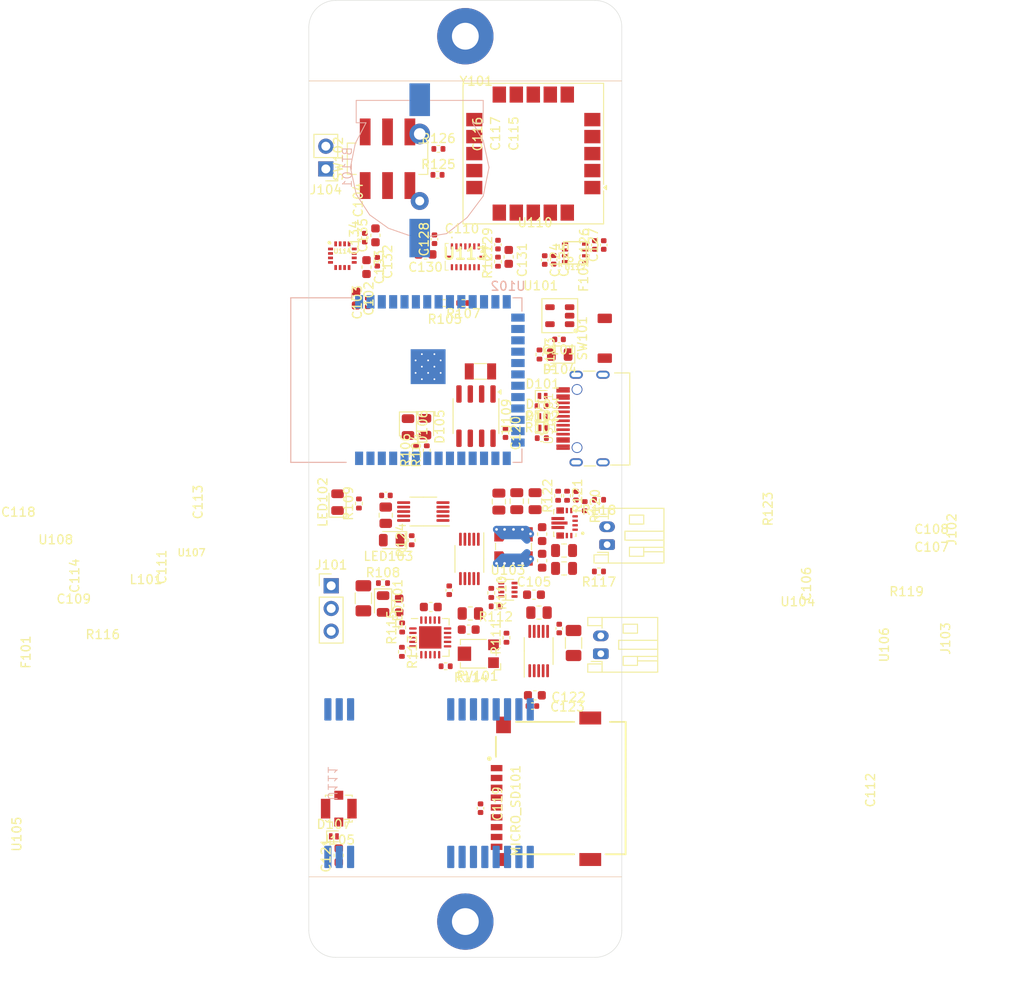
<source format=kicad_pcb>
(kicad_pcb (version 20240108) (generator "pcbnew") (generator_version "8.0")
  (layers (0 "F.Cu" signal) (31 "B.Cu" signal) (34 "B.Paste" user) (35 "F.Paste" user) (36 "B.SilkS" user "B.Silkscreen") (37 "F.SilkS" user "F.Silkscreen") (38 "B.Mask" user) (39 "F.Mask" user) (44 "Edge.Cuts" user))
  (net 0 "")
  (net 1 "GND")
  (net 2 "VDD")
  (net 3 "RESET")
  (net 4 "/ESP32Core2/USB_D+")
  (net 5 "/ESP32Core2/USB_D-")
  (net 6 "/I2C_SCL")
  (net 7 "/I2C_SDA")
  (net 8 "/ESP32Core2/WDI")
  (net 9 "/MOSI")
  (net 10 "/SD_DET")
  (net 11 "/CLK")
  (net 12 "/ESP32Core2/GPIO10{slash}ADC1_CH9")
  (net 13 "/MISO")
  (net 14 "/ESP32Core2/GPIO11")
  (net 15 "/SS")
  (net 16 "/ESP32Core2/GPIO9{slash}ADC1_CH8")
  (net 17 "/TRX1")
  (net 18 "/RTX1")
  (net 19 "/RTX0")
  (net 20 "VBUS")
  (net 21 "/LiPoPower2/PROG")
  (net 22 "/TRX0")
  (net 23 "/DetL")
  (net 24 "+BATT")
  (net 25 "/CHARGE")
  (net 26 "/ST")
  (net 27 "/M1")
  (net 28 "/M0")
  (net 29 "/AUX")
  (net 30 "/PG")
  (net 31 "/TimePulse")
  (net 32 "/GPS_RESET")
  (net 33 "/STAT1")
  (net 34 "/GPS SAM-M10Q2/BUCKUP")
  (net 35 "/STAT2")
  (net 36 "Net-(LED101-A)")
  (net 37 "Net-(U103-MODE)")
  (net 38 "Net-(U105-Vin-)")
  (net 39 "Net-(U104-V_{BAT_SENSE})")
  (net 40 "Net-(U107-VAUX)")
  (net 41 "Net-(U111-ANT)")
  (net 42 "Net-(D107-A2)")
  (net 43 "Net-(U114-STEP)")
  (net 44 "Net-(U114-SETC)")
  (net 45 "Net-(U114-C1)")
  (net 46 "Net-(D104-A)")
  (net 47 "Net-(D105-A)")
  (net 48 "Net-(D106-A)")
  (net 49 "Net-(J103-Pin_1)")
  (net 50 "Net-(U106-Vbus)")
  (net 51 "Net-(J102-Pin_2)")
  (net 52 "Net-(J102-Pin_1)")
  (net 53 "Net-(J104-Pin_2)")
  (net 54 "Net-(J104-Pin_1)")
  (net 55 "Net-(U107-L2)")
  (net 56 "Net-(U107-L1)")
  (net 57 "Net-(LED101-K)")
  (net 58 "Net-(LED102-A)")
  (net 59 "Net-(LED103-K)")
  (net 62 "Net-(USB101-CC1)")
  (net 63 "Net-(USB101-CC2)")
  (net 64 "Net-(U102-MTDI{slash}GPIO41{slash}CLK_OUT1)")
  (net 65 "Net-(U102-MTMS{slash}GPIO42)")
  (net 66 "Net-(U103-PR1)")
  (net 67 "Net-(R111-Pad1)")
  (net 68 "Net-(U104-THERM)")
  (net 69 "Net-(U104-PROG3)")
  (net 70 "Net-(U104-CE)")
  (net 71 "Net-(U105-Vbus)")
  (net 72 "Net-(U107-PG)")
  (net 73 "Net-(U107-FB)")
  (net 74 "Net-(R125-Pad2)")
  (net 75 "Net-(U110-RXD)")
  (net 76 "Net-(R126-Pad2)")
  (net 77 "Net-(U110-TXD)")
  (net 78 "Net-(U113-SDO1)")
  (net 80 "Net-(U101-MR)")
  (net 91 "Net-(U109-OSCI)")
  (net 92 "Net-(U109-OSCO)")
  (footprint "Resistor_SMD:R_0402_1005Metric" (layer "F.Cu") (at 152.45 98.835 180)
    (property "Reference" "R118")
    (property "Value" "330k")
  )
  (footprint "Resistor_SMD:R_0402_1005Metric" (layer "F.Cu") (at 128.29 108.15)
    (property "Reference" "R108")
    (property "Value" "1k")
  )
  (footprint "LED_SMD:LED_0805_2012Metric" (layer "F.Cu") (at 123.21 99.1 90)
    (property "Reference" "LED102")
    (property "Value" "CHARGE")
  )
  (footprint "Capacitor_SMD:C_0402_1005Metric" (layer "F.Cu") (at 128.62 98.35 180)
    (property "Reference" "C118")
    (property "Value" "100nF")
  )
  (footprint "Diode_SMD:D_SOD-882" (layer "F.Cu") (at 146.14 87.23)
    (property "Reference" "D101")
    (property "Value" "5V")
  )
  (footprint "Capacitor_SMD:C_0603_1608Metric" (layer "F.Cu") (at 126.45 72.815 -90)
    (property "Reference" "C133")
    (property "Value" "4.7μF")
  )
  (footprint "Potentiometer_SMD:Potentiometer_Bourns_TC33X_Vertical" (layer "F.Cu") (at 138.85 116.05 180)
    (property "Reference" "RV101")
    (property "Value" "10k")
  )
  (footprint "Resistor_SMD:R_0402_1005Metric" (layer "F.Cu") (at 140.9 110.75 180)
    (property "Reference" "R112")
    (property "Value" "10k")
  )
  (footprint "WOBClibraries:BME280" (layer "F.Cu") (at 149.775 71.225 180)
    (property "Reference" "U112")
    (property "Value" "~")
  )
  (footprint "RF_GPS:ublox_SAM-M8Q" (layer "F.Cu") (at 145.1 60.125 180)
    (property "Reference" "U110")
    (property "Value" "SAM-M10Q")
  )
  (footprint "Capacitor_SMD:C_0603_1608Metric" (layer "F.Cu") (at 125.28 76.33 -90)
    (property "Reference" "C102")
    (property "Value" "10uF")
  )
  (footprint "WOBClibraries:_HMC5883L" (layer "F.Cu") (at 123.75 71.54)
    (property "Reference" "U114")
    (property "Value" "QMC5883L" (hide yes))
  )
  (footprint "Resistor_SMD:R_0402_1005Metric" (layer "F.Cu") (at 142.1 114.26 90)
    (property "Reference" "R111")
    (property "Value" "1k")
  )
  (footprint "Resistor_SMD:R_0402_1005Metric" (layer "F.Cu") (at 137.27 76.835 180)
    (property "Reference" "R107")
    (property "Value" "10k")
  )
  (footprint "Resistor_SMD:R_0402_1005Metric" (layer "F.Cu") (at 131.99 93.3 90)
    (property "Reference" "R106")
    (property "Value" "470")
  )
  (footprint "Capacitor_SMD:C_0402_1005Metric" (layer "F.Cu") (at 147.98 80.9 180)
    (property "Reference" "C101")
    (property "Value" "100nF")
  )
  (footprint "Resistor_SMD:R_0402_1005Metric" (layer "F.Cu") (at 145.79 82.59 -90)
    (property "Reference" "R103")
    (property "Value" "470")
  )
  (footprint "Capacitor_SMD:C_0402_1005Metric" (layer "F.Cu") (at 135.7 108.95 90)
    (property "Reference" "C106")
    (property "Value" "100nF")
  )
  (footprint "Capacitor_SMD:C_0402_1005Metric" (layer "F.Cu") (at 141.99 91.38 -90)
    (property "Reference" "C120")
    (property "Value" "100nF")
  )
  (footprint "Package_TO_SOT_SMD:SOT-583-8" (layer "F.Cu") (at 142.26 108.9)
    (property "Reference" "U103")
    (property "Value" "TPS2116DRL")
  )
  (footprint "Capacitor_SMD:C_0805_2012Metric" (layer "F.Cu") (at 143.25 98.99 90)
    (property "Reference" "C117")
    (property "Value" "22uF")
  )
  (footprint "WOBCLibrary:IS-2245S-G" (layer "F.Cu") (at 128.8 60.7 90)
    (property "Reference" "SW102")
    (property "Value" "SW_Push_DPDT")
  )
  (footprint "Capacitor_SMD:C_0603_1608Metric" (layer "F.Cu") (at 137.875 113.35)
    (property "Reference" "C110")
    (property "Value" "10uF")
  )
  (footprint "Capacitor_SMD:C_0603_1608Metric" (layer "F.Cu") (at 146.0875 105.65 90)
    (property "Reference" "C111")
    (property "Value" "10uF")
  )
  (footprint "Capacitor_SMD:C_0603_1608Metric" (layer "F.Cu") (at 127.45 69.265 90)
    (property "Reference" "C135")
    (property "Value" "10μF")
  )
  (footprint "Package_DFN_QFN:QFN-20-1EP_4x4mm_P0.5mm_EP2.5x2.5mm" (layer "F.Cu") (at 133.575 114.225)
    (property "Reference" "U104")
    (property "Value" "MCP73871-1CC")
  )
  (footprint "Capacitor_SMD:C_0603_1608Metric" (layer "F.Cu") (at 142.35 71.675 -90)
    (property "Reference" "C131")
    (property "Value" "10μF")
  )
  (footprint "Capacitor_SMD:C_0402_1005Metric" (layer "F.Cu") (at 134.05 69.7 90)
    (property "Reference" "C128")
    (property "Value" "100nF")
  )
  (footprint "WOBClibraries:BMI088" (layer "F.Cu") (at 137.5 71.665)
    (property "Reference" "U113")
    (property "Value" "BMI088" (hide yes))
  )
  (footprint "Resistor_SMD:R_0402_1005Metric" (layer "F.Cu") (at 146.03 88.36 180)
    (property "Reference" "R102")
    (property "Value" "5.1k")
  )
  (footprint "Resistor_SMD:R_0402_1005Metric" (layer "F.Cu") (at 140.4 109.25 -90)
    (property "Reference" "R110")
    (property "Value" "4.7k")
  )
  (footprint "Capacitor_SMD:C_0603_1608Metric" (layer "F.Cu") (at 146.0875 102.675 -90)
    (property "Reference" "C114")
    (property "Value" "10uF")
  )
  (footprint "Capacitor_SMD:C_0603_1608Metric" (layer "F.Cu") (at 130.1 110.65 90)
    (property "Reference" "C104")
    (property "Value" "10uF")
  )
  (footprint "Resistor_SMD:R_0402_1005Metric" (layer "F.Cu") (at 130.4375 113.115 90)
    (property "Reference" "R115")
    (property "Value" "100k")
  )
  (footprint "" (layer "F.Cu") (at 137.5 47)
    (property "Reference" "")
    (property "Value" "")
  )
  (footprint "WOBCLibrary:VREG_TPS63070RNMR" (layer "F.Cu") (at 148.625 101.435 180)
    (property "Reference" "U107")
    (property "Value" "TPS63070RNMR")
  )
  (footprint "Package_SO:SOIC-8_3.9x4.9mm_P1.27mm" (layer "F.Cu") (at 138.69 89.48 -90)
    (property "Reference" "U109")
    (property "Value" "PCF8563T")
  )
  (footprint "Capacitor_SMD:C_0402_1005Metric" (layer "F.Cu") (at 141.15 70.3 90)
    (property "Reference" "C129")
    (property "Value" "100nF")
  )
  (footprint "Capacitor_SMD:C_0402_1005Metric" (layer "F.Cu") (at 126.25 69.52 90)
    (property "Reference" "C134")
    (property "Value" "100nF")
  )
  (footprint "Connector_JST:JST_PH_S2B-PH-K_1x02_P2.00mm_Horizontal" (layer "F.Cu") (at 152.65 116.05 90)
    (property "Reference" "J103")
    (property "Value" "LiPo")
  )
  (footprint "LED_SMD:LED_0805_2012Metric" (layer "F.Cu") (at 129.2625 103.35 180)
    (property "Reference" "LED103")
    (property "Value" "VDD")
  )
  (footprint "Diode_SMD:D_SOD-882" (layer "F.Cu") (at 146.16 90.79)
    (property "Reference" "D102")
    (property "Value" "5V")
  )
  (footprint "WOBCLibrary:TF-01A" (layer "F.Cu") (at 148.1694 131.0718 90)
    (property "Reference" "MICRO_SD101")
    (property "Value" "TF-01A")
  )
  (footprint "Capacitor_SMD:C_0805_2012Metric" (layer "F.Cu") (at 145.3 98.99 90)
    (property "Reference" "C115")
    (property "Value" "22uF")
  )
  (footprint "Capacitor_SMD:C_0603_1608Metric" (layer "F.Cu") (at 145.275 120.7)
    (property "Reference" "C122")
    (property "Value" "10u")
  )
  (footprint "Capacitor_SMD:C_0805_2012Metric" (layer "F.Cu") (at 148.5375 106.51)
    (property "Reference" "C107")
    (property "Value" "22uF")
  )
  (footprint "Resistor_SMD:R_0402_1005Metric" (layer "F.Cu") (at 135.15 76.835)
    (property "Reference" "R105")
    (property "Value" "10k")
  )
  (footprint "WOBCLibrary:TVAF06-A020B-R" (layer "F.Cu") (at 153.09 80.775 180)
    (property "Reference" "SW101")
    (property "Value" "RESET_sw")
  )
  (footprint "Crystal:Crystal_SMD_3215-2Pin_3.2x1.5mm" (layer "F.Cu") (at 139.19 84.48)
    (property "Reference" "Y101")
    (property "Value" "Crystal")
  )
  (footprint "Capacitor_SMD:C_0402_1005Metric" (layer "F.Cu") (at 148 113.23 90)
    (property "Reference" "C112")
    (property "Value" "100nF")
  )
  (footprint "Resistor_SMD:R_0402_1005Metric" (layer "F.Cu") (at 150.85 99.55 -90)
    (property "Reference" "R120")
    (property "Value" "100k")
  )
  (footprint "Resistor_SMD:R_0402_1005Metric" (layer "F.Cu") (at 141.15 72.21 90)
    (property "Reference" "R127")
    (property "Value" "4.7K")
  )
  (footprint "" (layer "F.Cu") (at 137.5 146)
    (property "Reference" "")
    (property "Value" "")
  )
  (footprint "Package_SO:VSSOP-10_3x3mm_P0.5mm" (layer "F.Cu") (at 132.8 100.15 180)
    (property "Reference" "U108")
    (property "Value" "INA226")
  )
  (footprint "Resistor_SMD:R_0402_1005Metric" (layer "F.Cu") (at 148.875 98.385 -90)
    (property "Reference" "R121")
    (property "Value" "15k")
  )
  (footprint "Capacitor_SMD:C_0603_1608Metric" (layer "F.Cu") (at 133.05 71.4 180)
    (property "Reference" "C130")
    (property "Value" "10μF")
  )
  (footprint "Resistor_SMD:R_0402_1005Metric" (layer "F.Cu") (at 130.4075 115.835 -90)
    (property "Reference" "R113")
    (property "Value" "10k")
  )
  (footprint "Connector_PinHeader_2.54mm:PinHeader_1x03_P2.54mm_Vertical" (layer "F.Cu") (at 122.5 108.45)
    (property "Reference" "J101")
    (property "Value" "Conn_01x03")
  )
  (footprint "Diode_SMD:D_SOD-882" (layer "F.Cu") (at 146.14 89.5)
    (property "Reference" "D103")
    (property "Value" "5V")
  )
  (footprint "Resistor_SMD:R_0402_1005Metric" (layer "F.Cu") (at 131.5 103.36 90)
    (property "Reference" "R124")
    (property "Value" "1k")
  )
  (footprint "PCM_Package_TO_SOT_SMD_AKL:SOT-23-5" (layer "F.Cu") (at 148.06 78.25 180)
    (property "Reference" "U101")
    (property "Value" "TPS3820" (hide yes))
  )
  (footprint "Resistor_SMD:R_0402_1005Metric" (layer "F.Cu") (at 134.39 62.5)
    (property "Reference" "R125")
    (property "Value" "470")
  )
  (footprint "Fuse:Fuse_1206_3216Metric" (layer "F.Cu") (at 149.6 114.85 -90)
    (property "Reference" "F102")
    (property "Value" "Polyfuse")
  )
  (footprint "Resistor_SMD:R_0402_1005Metric" (layer "F.Cu") (at 147.875 98.385 90)
    (property "Reference" "R122")
    (property "Value" "47k")
  )
  (footprint "Diode_SMD:D_SOD-882" (layer "F.Cu") (at 122.7994 136.4718)
    (property "Reference" "D107")
    (property "Value" "ESD9B5.0ST5G")
  )
  (footprint "Capacitor_SMD:C_0603_1608Metric" (layer "F.Cu") (at 123.3494 138.5968 90)
    (property "Reference" "C121")
    (property "Value" "100p")
  )
  (footprint "Resistor_SMD:R_0805_2012Metric" (layer "F.Cu") (at 128.6 100.5625 -90)
    (property "Reference" "R123")
    (property "Value" "50mΩ")
  )
  (footprint "Resistor_SMD:R_0402_1005Metric" (layer "F.Cu") (at 135.3 117.45 180)
    (property "Reference" "R114")
    (property "Value" "100k")
  )
  (footprint "Package_SO:VSSOP-10_3x3mm_P0.5mm" (layer "F.Cu") (at 137.95 105.45 -90)
    (property "Reference" "U105")
    (property "Value" "INA226")
  )
  (footprint "Resistor_SMD:R_0805_2012Metric" (layer "F.Cu") (at 145.7375 111.45)
    (property "Reference" "R119")
    (property "Value" "50mΩ")
  )
  (footprint "Capacitor_SMD:C_0603_1608Metric" (layer "F.Cu") (at 145.175 109.45)
    (property "Reference" "C105")
    (property "Value" "10uF")
  )
  (footprint "Connector_Coaxial:U.FL_Molex_MCRF_73412-0110_Vertical" (layer "F.Cu") (at 123.3494 133.3718)
    (property "Reference" "J105")
    (property "Value" "UFL")
  )
  (footprint "Resistor_SMD:R_0402_1005Metric" (layer "F.Cu") (at 125.6 99.25 90)
    (property "Reference" "R109")
    (property "Value" "1k")
  )
  (footprint "Resistor_SMD:R_0402_1005Metric" (layer "F.Cu") (at 152.44 106.85 180)
    (property "Reference" "R117")
    (property "Value" "10k")
  )
  (footprint "LED_SMD:LED_0805_2012Metric" (layer "F.Cu") (at 148.0525 82.6 180)
    (property "Reference" "D104")
    (property "Value" "RESET")
  )
  (footprint "Resistor_SMD:R_0402_1005Metric" (layer "F.Cu") (at 146.05 91.94)
    (property "Reference" "R101")
    (property "Value" "5.1k")
  )
  (footprint "Capacitor_SMD:C_0402_1005Metric" (layer "F.Cu") (at 149.8675 98.385 90)
    (property "Reference" "C113")
    (property "Value" "100nF")
  )
  (footprint "Inductor_SMD:L_Wuerth_WE-TPC-3816" (layer "F.Cu") (at 142.8875 104.05 180)
    (property "Reference" "L101")
    (property "Value" "L")
  )
  (footprint "Capacitor_SMD:C_0402_1005Metric" (layer "F.Cu") (at 152.975 70.345 90)
    (property "Reference" "C127")
    (property "Value" "10μF")
  )
  (footprint "Fuse:Fuse_1206_3216Metric" (layer "F.Cu") (at 126.1 109.85 -90)
    (property "Reference" "F101")
    (property "Value" "Polyfuse")
  )
  (footprint "Capacitor_SMD:C_0402_1005Metric" (layer "F.Cu") (at 139.2 133.32 -90)
    (property "Reference" "C119")
    (property "Value" "10uF")
  )
  (footprint "Connector_JST:JST_PH_S2B-PH-K_1x02_P2.00mm_Horizontal" (layer "F.Cu") (at 153.35 103.85 90)
    (property "Reference" "J102")
    (property "Value" "Ext Switch")
  )
  (footprint "Resistor_SMD:R_0805_2012Metric" (layer "F.Cu") (at 138.0625 111.55 180)
    (property "Reference" "R116")
    (property "Value" "50mΩ")
  )
  (footprint "Capacitor_SMD:C_0402_1005Metric" (layer "F.Cu") (at 127.65 72.22 -90)
    (property "Reference" "C132")
    (property "Value" "0.22μF")
  )
  (footprint "Resistor_SMD:R_0402_1005Metric" (layer "F.Cu") (at 134.49 59.6)
    (property "Reference" "R126")
    (property "Value" "470")
  )
  (footprint "LED_SMD:LED_0805_2012Metric" (layer "F.Cu") (at 132.99 90.6625 -90)
    (property "Reference" "D105")
    (property "Value" "ERROR")
  )
  (footprint "Resistor_SMD:R_0402_1005Metric" (layer "F.Cu") (at 133.19 93.31 90)
    (property "Reference" "R104")
    (property "Value" "470")
  )
  (footprint "WOBCLibrary:USB_C_TYPEC-301S-ACP16X7" (layer "F.Cu") (at 152.1 89.75 90)
    (property "Reference" "USB101")
    (property "Value" "USB_C_Receptacle_USB2.0")
  )
  (footprint "Connector_PinHeader_2.54mm:PinHeader_1x02_P2.54mm_Vertical" (layer "F.Cu") (at 121.9 61.84 180)
    (property "Reference" "J104")
    (property "Value" "Conn_01x02")
  )
  (footprint "Capacitor_SMD:C_0805_2012Metric" (layer "F.Cu") (at 141.25 99.04 90)
    (property "Reference" "C116")
    (property "Value" "22uF")
  )
  (footprint "Capacitor_SMD:C_0402_1005Metric" (layer "F.Cu") (at 151.975 70.345 90)
    (property "Reference" "C126")
    (property "Value" "100nF")
  )
  (footprint "Capacitor_SMD:C_0402_1005Metric" (layer "F.Cu") (at 146.375 72.025 -90)
    (property "Reference" "C124")
    (property "Value" "10μF")
  )
  (footprint "Capacitor_SMD:C_0402_1005Metric" (layer "F.Cu") (at 126.58 76.755 90)
    (property "Reference" "C103")
    (property "Value" "100nF")
  )
  (footprint "Capacitor_SMD:C_0603_1608Metric" (layer "F.Cu") (at 133.6375 110.825)
    (property "Reference" "C109")
    (property "Value" "10uF")
  )
  (footprint "Package_SO:VSSOP-10_3x3mm_P0.5mm" (layer "F.Cu") (at 145.7 115.75 90)
    (property "Reference" "U106")
    (property "Value" "INA226")
  )
  (footprint "LED_SMD:LED_0805_2012Metric" (layer "F.Cu") (at 131.09 90.7 -90)
    (property "Reference" "D106")
    (property "Value" "STAT")
  )
  (footprint "Capacitor_SMD:C_0805_2012Metric" (layer "F.Cu") (at 148.5375 104.51)
    (property "Reference" "C108")
    (property "Value" "22uF")
  )
  (footprint "Capacitor_SMD:C_0402_1005Metric" (layer "F.Cu") (at 147.375 72.005 -90)
    (property "Reference" "C125")
    (property "Value" "100nF")
  )
  (footprint "LED_SMD:LED_0805_2012Metric" (layer "F.Cu") (at 128.3 110.4875 -90)
    (property "Reference" "LED101")
    (property "Value" "USB Power")
  )
  (footprint "Capacitor_SMD:C_0402_1005Metric" (layer "F.Cu") (at 145 121.9)
    (property "Reference" "C123")
    (property "Value" "100n")
  )
  (footprint "WOBCLibrary:E220-900T22S(JP)" (layer "B.Cu") (at 122.1294 130.5218 90)
    (property "Reference" "U111")
    (property "Value" "E220-900T22S(JP)")
  )
  (footprint "WOBCLibrary:cr1220" (layer "B.Cu") (at 132.4 61.675 -90)
    (property "Reference" "BT101")
    (property "Value" "Battery_Cell")
  )
  (footprint "RF_Module:ESP32-S3-WROOM-1" (layer "B.Cu") (at 130.88 85.45 -90)
    (property "Reference" "U102")
    (property "Value" "ESP32-S3-WROOM-1")
  )
  (gr_line (start 155 141) (end 120 141) (stroke (width 0.05)) (layer "B.SilkS"))
  (gr_line (start 155 52) (end 120 52) (stroke (width 0.05)) (layer "B.SilkS"))
  (gr_line (start 155 52) (end 120 52) (stroke (width 0.05)) (layer "F.SilkS"))
  (gr_line (start 155 141) (end 120 141) (stroke (width 0.05)) (layer "F.SilkS"))
  (gr_arc (start 123 150) (mid 120.87868 149.12132) (end 120 147) (stroke (width 0.05)) (layer "Edge.Cuts"))
  (gr_line (start 123 150) (end 152 150) (stroke (width 0.05)) (layer "Edge.Cuts"))
  (gr_arc (start 120 46) (mid 120.87868 43.87868) (end 123 43) (stroke (width 0.05)) (layer "Edge.Cuts"))
  (gr_line (start 123 43) (end 152 43) (stroke (width 0.05)) (layer "Edge.Cuts"))
  (gr_line (start 120 46) (end 120 147) (stroke (width 0.05)) (layer "Edge.Cuts"))
  (gr_arc (start 155 147) (mid 154.12132 149.12132) (end 152 150) (stroke (width 0.05)) (layer "Edge.Cuts"))
  (gr_line (start 155 147) (end 155 46) (stroke (width 0.05)) (layer "Edge.Cuts"))
  (gr_arc (start 152 43) (mid 154.12132 43.87868) (end 155 46) (stroke (width 0.05)) (layer "Edge.Cuts"))
  (segment (start 143.2 98.09) (end 143.25 98.04) (width 0.8) (layer "F.Cu") (net 1))
  (segment (start 143.2 99.99) (end 143.25 99.94) (width 0.8) (layer "F.Cu") (net 20))
  (via (at 140.9875 102.15) (size 0.5) (drill 0.3) (layers "F.Cu" "B.Cu") (net 55))
  (via (at 141.8875 102.15) (size 0.5) (drill 0.3) (layers "F.Cu" "B.Cu") (net 55))
  (via (at 142.8875 102.15) (size 0.5) (drill 0.3) (layers "F.Cu" "B.Cu") (net 55))
  (via (at 144.7875 102.65) (size 0.5) (drill 0.3) (layers "F.Cu" "B.Cu") (net 55))
  (via (at 143.8875 102.15) (size 0.5) (drill 0.3) (layers "F.Cu" "B.Cu") (net 55))
  (segment (start 143.8875 102.85) (end 144.3875 103.35) (width 0.8) (layer "B.Cu") (net 55))
  (segment (start 140.9875 102.15) (end 144.2875 102.15) (width 0.8) (layer "B.Cu") (net 55))
  (segment (start 144.2875 102.15) (end 144.7875 102.65) (width 0.8) (layer "B.Cu") (net 55))
  (segment (start 141.6875 102.85) (end 143.8875 102.85) (width 0.8) (layer "B.Cu") (net 55))
  (segment (start 140.9875 102.15) (end 141.6875 102.85) (width 0.8) (layer "B.Cu") (net 55))
  (via (at 141.8875 105.95) (size 0.5) (drill 0.3) (layers "F.Cu" "B.Cu") (net 56))
  (via (at 143.8875 105.95) (size 0.5) (drill 0.3) (layers "F.Cu" "B.Cu") (net 56))
  (via (at 144.7875 105.45) (size 0.5) (drill 0.3) (layers "F.Cu" "B.Cu") (net 56))
  (via (at 142.8875 105.95) (size 0.5) (drill 0.3) (layers "F.Cu" "B.Cu") (net 56))
  (via (at 140.9875 105.95) (size 0.5) (drill 0.3) (layers "F.Cu" "B.Cu") (net 56))
  (segment (start 140.9875 105.95) (end 144.2875 105.95) (width 0.8) (layer "B.Cu") (net 56))
  (segment (start 143.8875 105.25) (end 144.3875 104.75) (width 0.8) (layer "B.Cu") (net 56))
  (segment (start 141.6875 105.25) (end 143.8875 105.25) (width 0.8) (layer "B.Cu") (net 56))
  (segment (start 144.2875 105.95) (end 144.7875 105.45) (width 0.8) (layer "B.Cu") (net 56))
  (segment (start 140.9875 105.95) (end 141.6875 105.25) (width 0.8) (layer "B.Cu") (net 56))
)
</source>
